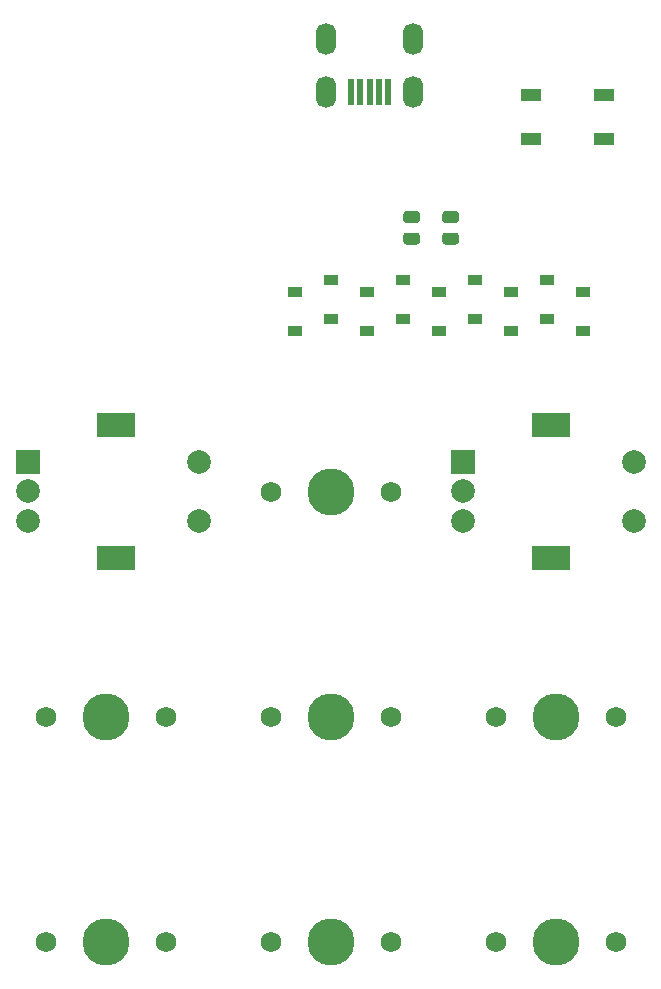
<source format=gts>
%TF.GenerationSoftware,KiCad,Pcbnew,(5.1.9)-1*%
%TF.CreationDate,2021-04-28T07:44:38+10:00*%
%TF.ProjectId,Productivity Macro,50726f64-7563-4746-9976-697479204d61,rev?*%
%TF.SameCoordinates,Original*%
%TF.FileFunction,Soldermask,Top*%
%TF.FilePolarity,Negative*%
%FSLAX46Y46*%
G04 Gerber Fmt 4.6, Leading zero omitted, Abs format (unit mm)*
G04 Created by KiCad (PCBNEW (5.1.9)-1) date 2021-04-28 07:44:38*
%MOMM*%
%LPD*%
G01*
G04 APERTURE LIST*
%ADD10O,1.700000X2.700000*%
%ADD11R,0.500000X2.250000*%
%ADD12R,2.000000X2.000000*%
%ADD13C,2.000000*%
%ADD14R,3.200000X2.000000*%
%ADD15R,1.800000X1.100000*%
%ADD16C,1.750000*%
%ADD17C,3.987800*%
%ADD18R,1.200000X0.900000*%
G04 APERTURE END LIST*
D10*
%TO.C,USB1*%
X228440000Y-47498000D03*
X221140000Y-47498000D03*
X221140000Y-51998000D03*
X228440000Y-51998000D03*
D11*
X226390000Y-51998000D03*
X225590000Y-51998000D03*
X224790000Y-51998000D03*
X223990000Y-51998000D03*
X223190000Y-51998000D03*
%TD*%
D12*
%TO.C,SW3*%
X232664000Y-83312000D03*
D13*
X232664000Y-85812000D03*
X232664000Y-88312000D03*
D14*
X240164000Y-80212000D03*
X240164000Y-91412000D03*
D13*
X247164000Y-83312000D03*
X247164000Y-88312000D03*
%TD*%
D12*
%TO.C,SW2*%
X195834000Y-83312000D03*
D13*
X195834000Y-85812000D03*
X195834000Y-88312000D03*
D14*
X203334000Y-80212000D03*
X203334000Y-91412000D03*
D13*
X210334000Y-83312000D03*
X210334000Y-88312000D03*
%TD*%
D15*
%TO.C,SW1*%
X244654000Y-52252000D03*
X238454000Y-55952000D03*
X244654000Y-55952000D03*
X238454000Y-52252000D03*
%TD*%
%TO.C,R3*%
G36*
G01*
X232098001Y-63100000D02*
X231197999Y-63100000D01*
G75*
G02*
X230948000Y-62850001I0J249999D01*
G01*
X230948000Y-62324999D01*
G75*
G02*
X231197999Y-62075000I249999J0D01*
G01*
X232098001Y-62075000D01*
G75*
G02*
X232348000Y-62324999I0J-249999D01*
G01*
X232348000Y-62850001D01*
G75*
G02*
X232098001Y-63100000I-249999J0D01*
G01*
G37*
G36*
G01*
X232098001Y-64925000D02*
X231197999Y-64925000D01*
G75*
G02*
X230948000Y-64675001I0J249999D01*
G01*
X230948000Y-64149999D01*
G75*
G02*
X231197999Y-63900000I249999J0D01*
G01*
X232098001Y-63900000D01*
G75*
G02*
X232348000Y-64149999I0J-249999D01*
G01*
X232348000Y-64675001D01*
G75*
G02*
X232098001Y-64925000I-249999J0D01*
G01*
G37*
%TD*%
%TO.C,R2*%
G36*
G01*
X228796001Y-63100000D02*
X227895999Y-63100000D01*
G75*
G02*
X227646000Y-62850001I0J249999D01*
G01*
X227646000Y-62324999D01*
G75*
G02*
X227895999Y-62075000I249999J0D01*
G01*
X228796001Y-62075000D01*
G75*
G02*
X229046000Y-62324999I0J-249999D01*
G01*
X229046000Y-62850001D01*
G75*
G02*
X228796001Y-63100000I-249999J0D01*
G01*
G37*
G36*
G01*
X228796001Y-64925000D02*
X227895999Y-64925000D01*
G75*
G02*
X227646000Y-64675001I0J249999D01*
G01*
X227646000Y-64149999D01*
G75*
G02*
X227895999Y-63900000I249999J0D01*
G01*
X228796001Y-63900000D01*
G75*
G02*
X229046000Y-64149999I0J-249999D01*
G01*
X229046000Y-64675001D01*
G75*
G02*
X228796001Y-64925000I-249999J0D01*
G01*
G37*
%TD*%
D16*
%TO.C,MX7*%
X245618000Y-123952000D03*
X235458000Y-123952000D03*
D17*
X240538000Y-123952000D03*
%TD*%
D16*
%TO.C,MX6*%
X226568000Y-123952000D03*
X216408000Y-123952000D03*
D17*
X221488000Y-123952000D03*
%TD*%
D16*
%TO.C,MX5*%
X207518000Y-123952000D03*
X197358000Y-123952000D03*
D17*
X202438000Y-123952000D03*
%TD*%
D16*
%TO.C,MX4*%
X245618000Y-104902000D03*
X235458000Y-104902000D03*
D17*
X240538000Y-104902000D03*
%TD*%
D16*
%TO.C,MX3*%
X226568000Y-104902000D03*
X216408000Y-104902000D03*
D17*
X221488000Y-104902000D03*
%TD*%
D16*
%TO.C,MX2*%
X207518000Y-104902000D03*
X197358000Y-104902000D03*
D17*
X202438000Y-104902000D03*
%TD*%
D16*
%TO.C,MX1*%
X226568000Y-85852000D03*
X216408000Y-85852000D03*
D17*
X221488000Y-85852000D03*
%TD*%
D18*
%TO.C,D9*%
X242824000Y-72262000D03*
X242824000Y-68962000D03*
%TD*%
%TO.C,D8*%
X233680000Y-71246000D03*
X233680000Y-67946000D03*
%TD*%
%TO.C,D7*%
X224536000Y-72262000D03*
X224536000Y-68962000D03*
%TD*%
%TO.C,D6*%
X239776000Y-71246000D03*
X239776000Y-67946000D03*
%TD*%
%TO.C,D5*%
X230632000Y-72262000D03*
X230632000Y-68962000D03*
%TD*%
%TO.C,D4*%
X221488000Y-71246000D03*
X221488000Y-67946000D03*
%TD*%
%TO.C,D3*%
X227584000Y-71246000D03*
X227584000Y-67946000D03*
%TD*%
%TO.C,D2*%
X236728000Y-72262000D03*
X236728000Y-68962000D03*
%TD*%
%TO.C,D1*%
X218440000Y-72262000D03*
X218440000Y-68962000D03*
%TD*%
M02*

</source>
